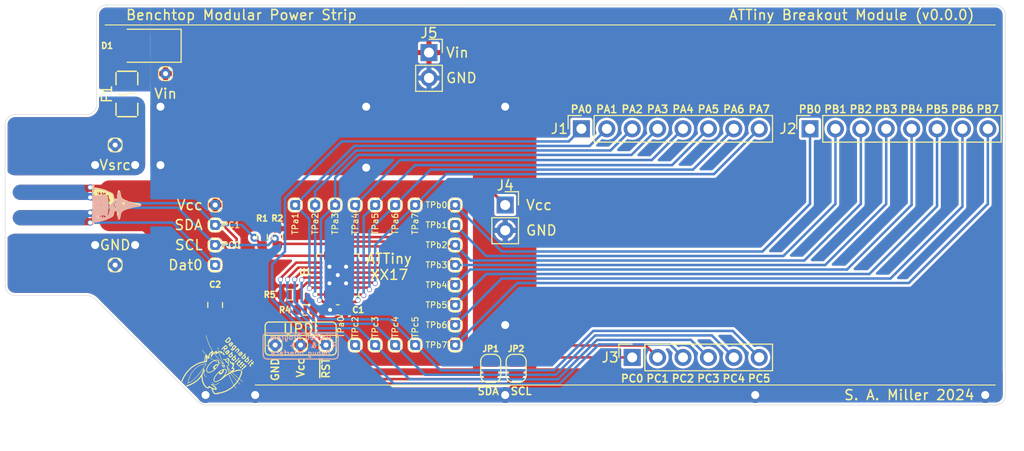
<source format=kicad_pcb>
(kicad_pcb (version 20211014) (generator pcbnew)
  (title_block (title "Benchtop Modular Power Strip") (date "2024") (rev "0.0.0") (company "S. A. Miller") (comment 1 "ATTiny Breakout Module"))
  (layers (0 "F.Cu" signal) (31 "B.Cu" signal) (34 "B.Paste" user) (35 "F.Paste" user) (36 "B.SilkS" user "B.Silkscreen") (37 "F.SilkS" user "F.Silkscreen") (38 "B.Mask" user) (39 "F.Mask" user) (44 "Edge.Cuts" user))
  (net 0 "")
  (net 1 "I2C-Vcc")
  (net 2 "GND")
  (net 3 "~{RESET}")
  (net 4 "Dat0")
  (net 5 "SDA")
  (net 6 "SCL")
  (net 7 "PA4")
  (net 8 "PA5")
  (net 9 "PA6")
  (net 10 "PA7")
  (net 11 "PB2")
  (net 12 "PB3")
  (net 13 "PA1")
  (net 14 "PA2")
  (net 15 "PA3")
  (net 16 "PB0")
  (net 17 "PB1")
  (net 18 "PB4")
  (net 19 "PB5")
  (net 20 "PB6")
  (net 21 "PB7")
  (net 22 "PC2")
  (net 23 "PC3")
  (net 24 "PC4")
  (net 25 "PC5")
  (net 26 "Vsrc")
  (net 27 "Vin")
  (net 28 "/ATTinyXX17 Sheet/Vprot")
  (net 29 "/ATTinyXX17 Sheet/PA0")
  (net 30 "Net-(J3-Pad1)")
  (net 31 "Net-(J3-Pad2)")
  (footprint "Capacitor_SMD:C_0805_2012Metric" (layer "F.Cu") (at 71 110 -90)
    (fp_text reference "C2")
    (fp_text value "4.7uF")
  )
  (footprint "Resistor_SMD:R_0603_1608Metric" (layer "F.Cu") (at 78.486 108.966)
    (fp_text reference "R5")
    (fp_text value "10k")
  )
  (footprint "tinker:TestPoint_THTPad_D1.0mm_Drill0.5mm" (layer "F.Cu") (at 71 106)
    (fp_text reference "TP3" hide)
    (fp_text value "Dat0" hide)
  )
  (footprint "tinker:TestPoint_THTPad_D1.0mm_Drill0.5mm" (layer "F.Cu") (at 61 94)
    (fp_text reference "TP1" hide)
    (fp_text value "Vsrc" hide)
  )
  (footprint "tinker:TestPoint_THTPad_D1.0mm_Drill0.5mm" (layer "F.Cu") (at 89 114 90)
    (fp_text reference "TPc4")
    (fp_text value "CtrlC" hide)
  )
  (footprint "Capacitor_SMD:C_0603_1608Metric" (layer "F.Cu") (at 83.26 110.49 180)
    (fp_text reference "C1")
    (fp_text value "100nF")
  )
  (footprint "tinker:TestPoint_THTPad_D1.0mm_Drill0.5mm" (layer "F.Cu") (at 95 108)
    (fp_text reference "TPb4")
    (fp_text value "CtrlB" hide)
  )
  (footprint "tinker:F1206" (layer "F.Cu") (at 62.176 88.9 90)
    (fp_text reference "F1")
    (fp_text value "Polyfuse" hide)
  )
  (footprint "Connector_PinSocket_2.54mm:PinSocket_1x06_P2.54mm_Vertical" (layer "F.Cu") (at 112.7 115.24 90)
    (fp_text reference "J3")
    (fp_text value "Conn_01x04_Female")
  )
  (footprint "Resistor_SMD:R_0603_1608Metric" (layer "F.Cu") (at 75.692 103.187 -90)
    (fp_text reference "R1")
    (fp_text value "10k")
  )
  (footprint "tinker:TestPoint_THTPad_D1.0mm_Drill0.5mm" (layer "F.Cu") (at 81 100 90)
    (fp_text reference "TPa2")
    (fp_text value "CtrlA" hide)
  )
  (footprint "tinker:TestPoint_THTPad_D1.0mm_Drill0.5mm" (layer "F.Cu") (at 91 114 90)
    (fp_text reference "TPc5")
    (fp_text value "CtrlC" hide)
  )
  (footprint "Resistor_SMD:R_0603_1608Metric" (layer "F.Cu") (at 80.01 110.49)
    (fp_text reference "R4")
    (fp_text value "330")
  )
  (footprint "tinker:TestPoint_THTPad_D1.0mm_Drill0.5mm" (layer "F.Cu") (at 85 100 90)
    (fp_text reference "TPa4")
    (fp_text value "CtrlA" hide)
  )
  (footprint "Connector_PinSocket_2.54mm:PinSocket_1x08_P2.54mm_Vertical" (layer "F.Cu") (at 130.48 92.38 90)
    (fp_text reference "J2")
    (fp_text value "Conn_01x08_Female")
  )
  (footprint "tinker:TestPoint_THTPad_D1.0mm_Drill0.5mm" (layer "F.Cu") (at 77 114 90)
    (fp_text reference "TP9" hide)
    (fp_text value "GND" hide)
  )
  (footprint "tinker:TestPoint_THTPad_D1.0mm_Drill0.5mm" (layer "F.Cu") (at 95 102)
    (fp_text reference "TPb1")
    (fp_text value "CtrlB" hide)
  )
  (footprint "tinker:TestPoint_THTPad_D1.0mm_Drill0.5mm" (layer "F.Cu") (at 85 114 90)
    (fp_text reference "TPc2")
    (fp_text value "CtrlC" hide)
  )
  (footprint "tinker:TestPoint_THTPad_D1.0mm_Drill0.5mm" (layer "F.Cu") (at 91 100 90)
    (fp_text reference "TPa7")
    (fp_text value "CtrlA" hide)
  )
  (footprint "Package_DFN_QFN:QFN-24-1EP_4x4mm_P0.5mm_EP2.6x2.6mm" (layer "F.Cu") (at 83.26 107.01 90)
    (fp_text reference "U1")
    (fp_text value "ATtiny1617")
  )
  (footprint "tinker:NerdMage" (layer "F.Cu") (at 61.214 100 -90)
    (fp_text reference "G***" hide)
    (fp_text value "LOGO" hide)
  )
  (footprint "tinker:TestPoint_THTPad_D1.0mm_Drill0.5mm" (layer "F.Cu") (at 61 106)
    (fp_text reference "TP2" hide)
    (fp_text value "GND" hide)
  )
  (footprint "Connector_PinSocket_2.54mm:PinSocket_1x02_P2.54mm_Vertical" (layer "F.Cu") (at 92.38 84.76)
    (fp_text reference "J5")
    (fp_text value "Conn_01x02_Female")
  )
  (footprint "Jumper:SolderJumper-2_P1.3mm_Open_RoundedPad1.0x1.5mm" (layer "F.Cu") (at 101.092 116.332 90)
    (fp_text reference "JP2")
    (fp_text value "SolderJumper_2_Open")
  )
  (footprint "tinker:TestPoint_THTPad_D1.0mm_Drill0.5mm" (layer "F.Cu") (at 95 110)
    (fp_text reference "TPb5")
    (fp_text value "CtrlB" hide)
  )
  (footprint "tinker:TestPoint_THTPad_D1.0mm_Drill0.5mm" (layer "F.Cu") (at 66.04 86.868)
    (fp_text reference "TP7" hide)
    (fp_text value "Vin" hide)
  )
  (footprint "tinker:DagNabbit" (layer "F.Cu") (at 71.04 116.6 135)
    (fp_text reference "REF**" hide)
    (fp_text value "DagNabbit" hide)
  )
  (footprint "tinker:TestPoint_THTPad_D1.0mm_Drill0.5mm" (layer "F.Cu") (at 82.08 114 90)
    (fp_text reference "TPa0")
    (fp_text value "~{RESET}" hide)
  )
  (footprint "tinker:TestPoint_THTPad_D1.0mm_Drill0.5mm" (layer "F.Cu") (at 89 100 90)
    (fp_text reference "TPa6")
    (fp_text value "CtrlA" hide)
  )
  (footprint "tinker:TestPoint_THTPad_D1.0mm_Drill0.5mm" (layer "F.Cu") (at 79 100 90)
    (fp_text reference "TPa1")
    (fp_text value "CtrlA" hide)
  )
  (footprint "tinker:TestPoint_THTPad_D1.0mm_Drill0.5mm" (layer "F.Cu") (at 95 104)
    (fp_text reference "TPb2")
    (fp_text value "CtrlB" hide)
  )
  (footprint "tinker:TestPoint_THTPad_D1.0mm_Drill0.5mm" (layer "F.Cu") (at 71 104)
    (fp_text reference "TP6" hide)
    (fp_text value "Dat3" hide)
  )
  (footprint "tinker:TestPoint_THTPad_D1.0mm_Drill0.5mm" (layer "F.Cu") (at 79.54 114 90)
    (fp_text reference "TP8" hide)
    (fp_text value "I2C-Vcc" hide)
  )
  (footprint "Resistor_SMD:R_0603_1608Metric" (layer "F.Cu") (at 77.216 103.187 -90)
    (fp_text reference "R2")
    (fp_text value "10k")
  )
  (footprint "tinker:TestPoint_THTPad_D1.0mm_Drill0.5mm" (layer "F.Cu") (at 87 100 90)
    (fp_text reference "TPa5")
    (fp_text value "CtrlA" hide)
  )
  (footprint "tinker:TestPoint_THTPad_D1.0mm_Drill0.5mm" (layer "F.Cu") (at 95 114)
    (fp_text reference "TPb7")
    (fp_text value "CtrlB" hide)
  )
  (footprint "tinker:TestPoint_THTPad_D1.0mm_Drill0.5mm" (layer "F.Cu") (at 95 100)
    (fp_text reference "TPb0")
    (fp_text value "CtrlB" hide)
  )
  (footprint "tinker:TestPoint_THTPad_D1.0mm_Drill0.5mm" (layer "F.Cu") (at 95 106)
    (fp_text reference "TPb3")
    (fp_text value "CtrlB" hide)
  )
  (footprint "Diode_SMD:D_SMA" (layer "F.Cu") (at 64.2 84.074 180)
    (fp_text reference "D1")
    (fp_text value "MRA4003T3G")
  )
  (footprint "tinker:TestPoint_THTPad_D1.0mm_Drill0.5mm" (layer "F.Cu") (at 87 114 90)
    (fp_text reference "TPc3")
    (fp_text value "CtrlC" hide)
  )
  (footprint "Jumper:SolderJumper-2_P1.3mm_Open_RoundedPad1.0x1.5mm" (layer "F.Cu") (at 98.552 116.332 90)
    (fp_text reference "JP1")
    (fp_text value "SolderJumper_2_Open")
  )
  (footprint "tinker:TestPoint_THTPad_D1.0mm_Drill0.5mm" (layer "F.Cu") (at 83 100 90)
    (fp_text reference "TPa3")
    (fp_text value "CtrlA" hide)
  )
  (footprint "Connector_PinSocket_2.54mm:PinSocket_1x02_P2.54mm_Vertical" (layer "F.Cu") (at 100 100)
    (fp_text reference "J4")
    (fp_text value "Conn_01x02_Female")
  )
  (footprint "Connector_PinSocket_2.54mm:PinSocket_1x08_P2.54mm_Vertical" (layer "F.Cu") (at 107.62 92.38 90)
    (fp_text reference "J1")
    (fp_text value "Conn_01x08_Female")
  )
  (footprint "tinker:TestPoint_THTPad_D1.0mm_Drill0.5mm" (layer "F.Cu") (at 71 100)
    (fp_text reference "TP4" hide)
    (fp_text value "Dat1" hide)
  )
  (footprint "tinker:TestPoint_THTPad_D1.0mm_Drill0.5mm" (layer "F.Cu") (at 71 102)
    (fp_text reference "TP5" hide)
    (fp_text value "Dat2" hide)
  )
  (footprint "tinker:TestPoint_THTPad_D1.0mm_Drill0.5mm" (layer "F.Cu") (at 95 112)
    (fp_text reference "TPb6")
    (fp_text value "CtrlB" hide)
  )
  (footprint "tinker:NerdMage" (layer "B.Cu") (at 61.214 100 90)
    (fp_text reference "G***" hide)
    (fp_text value "LOGO" hide)
  )
  (gr_arc (start 75.8 113.2) (mid 75.917157 112.917157) (end 76.2 112.8) (layer "B.SilkS") (width 0.12))
  (gr_arc (start 83.3 115) (mid 83.182843 115.282843) (end 82.9 115.4) (layer "B.SilkS") (width 0.12))
  (gr_line (start 76.2 115.4) (end 82.9 115.4) (layer "B.SilkS") (width 0.12))
  (gr_line (start 83.3 113.2) (end 83.3 115) (layer "B.SilkS") (width 0.12))
  (gr_arc (start 76.2 115.4) (mid 75.917157 115.282843) (end 75.8 115) (layer "B.SilkS") (width 0.12))
  (gr_arc (start 82.9 112.8) (mid 83.182843 112.917157) (end 83.3 113.2) (layer "B.SilkS") (width 0.12))
  (gr_line (start 82.9 112.8) (end 76.2 112.8) (layer "B.SilkS") (width 0.12))
  (gr_line (start 75.8 113.2) (end 75.8 115) (layer "B.SilkS") (width 0.12))
  (gr_line (start 76 112.1) (end 76 113.03) (layer "F.SilkS") (width 0.12))
  (gr_line (start 82.7 111.7) (end 76.4 111.7) (layer "F.SilkS") (width 0.12))
  (gr_line (start 76.4 115) (end 82.7 115) (layer "F.SilkS") (width 0.12))
  (gr_line (start 76 113.03) (end 76 114.6) (layer "F.SilkS") (width 0.12))
  (gr_line (start 60 82) (end 149 82) (layer "F.SilkS") (width 0.1))
  (gr_arc (start 82.7 111.7) (mid 82.982843 111.817157) (end 83.1 112.1) (layer "F.SilkS") (width 0.12))
  (gr_line (start 75 118) (end 149 118) (layer "F.SilkS") (width 0.1))
  (gr_line (start 83.1 114.6) (end 83.1 113.03) (layer "F.SilkS") (width 0.12))
  (gr_arc (start 76 112.1) (mid 76.117157 111.817157) (end 76.4 111.7) (layer "F.SilkS") (width 0.12))
  (gr_arc (start 76.4 115) (mid 76.117157 114.882843) (end 76 114.6) (layer "F.SilkS") (width 0.12))
  (gr_arc (start 83.1 114.6) (mid 82.982843 114.882843) (end 82.7 115) (layer "F.SilkS") (width 0.12))
  (gr_line (start 83.1 113.03) (end 76 113.03) (layer "F.SilkS") (width 0.12))
  (gr_line (start 83.1 113.03) (end 83.1 112.1) (layer "F.SilkS") (width 0.12))
  (gr_line (start 59.144 109.548) (end 69.144 119.548) (layer "Edge.Cuts") (width 0.05))
  (gr_arc (start 149 80) (mid 149.707107 80.292893) (end 150 81) (layer "Edge.Cuts") (width 0.05))
  (gr_arc (start 50 91.96) (mid 50.292893 91.252893) (end 51 90.96) (layer "Edge.Cuts") (width 0.05))
  (gr_line (start 50 108.04) (end 50 91.96) (layer "Edge.Cuts") (width 0.05))
  (gr_line (start 60.144 80) (end 149 80) (layer "Edge.Cuts") (width 0.05))
  (gr_arc (start 58.144 109.04) (mid 58.694524 109.194544) (end 59.144 109.548) (layer "Edge.Cuts") (width 0.05))
  (gr_line (start 59.144 81) (end 59.144 89.96) (layer "Edge.Cuts") (width 0.05))
  (gr_arc (start 59.144 81) (mid 59.436893 80.292893) (end 60.144 80) (layer "Edge.Cuts") (width 0.05))
  (gr_arc (start 150 119) (mid 149.707107 119.707107) (end 149 120) (layer "Edge.Cuts") (width 0.05))
  (gr_arc (start 70.144 120) (mid 69.594859 119.882718) (end 69.144 119.548) (layer "Edge.Cuts") (width 0.05))
  (gr_line (start 150 119) (end 150 81) (layer "Edge.Cuts") (width 0.05))
  (gr_line (start 51 90.96) (end 58.144 90.96) (layer "Edge.Cuts") (width 0.05))
  (gr_arc (start 51 109.04) (mid 50.292893 108.747107) (end 50 108.04) (layer "Edge.Cuts") (width 0.05))
  (gr_arc (start 59.144 89.96) (mid 58.851107 90.667107) (end 58.144 90.96) (layer "Edge.Cuts") (width 0.05))
  (gr_line (start 58.144 109.04) (end 51 109.04) (layer "Edge.Cuts") (width 0.05))
  (gr_line (start 149 120) (end 70.144 120) (layer "Edge.Cuts") (width 0.05))
  (gr_text "  Unified Program  \n R    &    +     - \n  Debug Interface  " (at 79.54 114.025) (layer "B.SilkS") (effects (font (size 0.5 0.5) (thickness 0.1)) (justify mirror)))
  (gr_text "${TITLE}" (at 62 81) (layer "F.SilkS") (effects (font (size 1 1)) (justify left)))
  (gr_text "PA3" (at 115.24 90.424) (layer "F.SilkS") (effects (font (size 0.75 0.75))))
  (gr_text "${COMMENT1} (v${REVISION})" (at 147 81) (layer "F.SilkS") (effects (font (size 1 1)) (justify right)))
  (gr_text "GND" (at 77 115.2 90) (layer "F.SilkS") (effects (font (size 0.75 0.75)) (justify right)))
  (gr_text "Vin" (at 66.04 88.868) (layer "F.SilkS") (effects (font (size 1 1))))
  (gr_text "PA4" (at 117.78 90.424) (layer "F.SilkS") (effects (font (size 0.75 0.75))))
  (gr_text "PC3" (at 120.32 117.348) (layer "F.SilkS") (effects (font (size 0.75 0.75))))
  (gr_text "PC4" (at 122.86 117.348) (layer "F.SilkS") (effects (font (size 0.75 0.75))))
  (gr_text "PB6" (at 145.72 90.424) (layer "F.SilkS") (effects (font (size 0.75 0.75))))
  (gr_text "PA6" (at 122.86 90.424) (layer "F.SilkS") (effects (font (size 0.75 0.75))))
  (gr_text "PB3" (at 138.1 90.424) (layer "F.SilkS") (effects (font (size 0.75 0.75))))
  (gr_text "PC0" (at 112.7 117.348) (layer "F.SilkS") (effects (font (size 0.75 0.75))))
  (gr_text "SCL" (at 69.85 104) (layer "F.SilkS") (effects (font (size 1 1)) (justify right)))
  (gr_text "PC1" (at 115.24 117.348) (layer "F.SilkS") (effects (font (size 0.75 0.75))))
  (gr_text "~{RST}" (at 82.08 115.2 90) (layer "F.SilkS") (effects (font (size 0.75 0.75)) (justify right)))
  (gr_text "PA5" (at 120.32 90.424) (layer "F.SilkS") (effects (font (size 0.75 0.75))))
  (gr_text "PB1" (at 133.02 90.424) (layer "F.SilkS") (effects (font (size 0.75 0.75))))
  (gr_text "PB7" (at 148.26 90.424) (layer "F.SilkS") (effects (font (size 0.75 0.75))))
  (gr_text "PA1" (at 110.16 90.424) (layer "F.SilkS") (effects (font (size 0.75 0.75))))
  (gr_text "PB4" (at 140.64 90.424) (layer "F.SilkS") (effects (font (size 0.75 0.75))))
  (gr_text "Vcc" (at 69.85 100) (layer "F.SilkS") (effects (font (size 1 1)) (justify right)))
  (gr_text "PC1" (at 71.65 102) (layer "F.SilkS") (effects (font (size 0.6 0.6) (thickness 0.1)) (justify left)))
  (gr_text "GND" (at 102 102.54) (layer "F.SilkS") (effects (font (size 1 1)) (justify left)))
  (gr_text "SDA" (at 69.85 102) (layer "F.SilkS") (effects (font (size 1 1)) (justify right)))
  (gr_text "PB5" (at 143.18 90.424) (layer "F.SilkS") (effects (font (size 0.75 0.75))))
  (gr_text "PA7" (at 125.4 90.424) (layer "F.SilkS") (effects (font (size 0.75 0.75))))
  (gr_text "Vsrc" (at 61 96) (layer "F.SilkS") (effects (font (size 1 1))))
  (gr_text "UPDI" (at 79.54 112.4) (layer "F.SilkS") (effects (font (size 1 1))))
  (gr_text "PC5" (at 125.4 117.348) (layer "F.SilkS") (effects (font (size 0.75 0.75))))
  (gr_text "Vcc" (at 79.54 115.2 90) (layer "F.SilkS") (effects (font (size 0.75 0.75)) (justify right)))
  (gr_text "SDA" (at 98.298 118.618) (layer "F.SilkS") (effects (font (size 0.75 0.75))))
  (gr_text "PC2" (at 117.78 117.348) (layer "F.SilkS") (effects (font (size 0.75 0.75))))
  (gr_text "SCL" (at 101.6 118.618) (layer "F.SilkS") (effects (font (size 0.75 0.75))))
  (gr_text "PB0" (at 130.48 90.424) (layer "F.SilkS") (effects (font (size 0.75 0.75))))
  (gr_text "Vin" (at 94 84.76) (layer "F.SilkS") (effects (font (size 1 1)) (justify left)))
  (gr_text "GND" (at 94 87.3) (layer "F.SilkS") (effects (font (size 1 1)) (justify left)))
  (gr_text "Dat0" (at 69.85 106) (layer "F.SilkS") (effects (font (size 1 1)) (justify right)))
  (gr_text "PA2" (at 112.7 90.424) (layer "F.SilkS") (effects (font (size 0.75 0.75))))
  (gr_text "ATTiny\nXX17" (at 88.392 106.172) (layer "F.SilkS") (effects (font (size 1 1))))
  (gr_text "PA0" (at 107.62 90.424) (layer "F.SilkS") (effects (font (size 0.75 0.75))))
  (gr_text "${COMPANY} ${ISSUE_DATE}" (at 147 119) (layer "F.SilkS") (effects (font (size 1 1)) (justify right)))
  (gr_text "PB2" (at 135.56 90.424) (layer "F.SilkS") (effects (font (size 0.75 0.75))))
  (gr_text "GND" (at 61 104) (layer "F.SilkS") (effects (font (size 1 1))))
  (gr_text "Vcc" (at 102 100) (layer "F.SilkS") (effects (font (size 1 1)) (justify left)))
  (gr_text "PC0" (at 71.65 104) (layer "F.SilkS") (effects (font (size 0.6 0.6) (thickness 0.1)) (justify left)))
  (segment (start 72.702 98.298) (end 98.298 98.298) (width 0.3) (layer "F.Cu") (net 1))
  (segment (start 71 100) (end 72.702 98.298) (width 0.3) (layer "F.Cu") (net 1))
  (segment (start 98.298 98.298) (end 100 100) (width 0.3) (layer "F.Cu") (net 1))
  (segment (start 83.51 108.9475) (end 83.51 109.965) (width 0.25) (layer "F.Cu") (net 1))
  (segment (start 83.51 109.965) (end 84.035 110.49) (width 0.25) (layer "F.Cu") (net 1))
  (via (at 58.5 98.24) (size 0.6) (drill 0.4) (layers "F.Cu" "B.Cu") (net 1))
  (segment (start 82.485 110.49) (end 83.01 109.965) (width 0.25) (layer "F.Cu") (net 2))
  (segment (start 83.01 109.965) (end 83.01 108.9475) (width 0.25) (layer "F.Cu") (net 2))
  (via (at 70.04 119) (size 1.6) (drill 0.8) (layers "F.Cu" "B.Cu") (net 2))
  (via (at 75 119) (size 1.6) (drill 0.8) (layers "F.Cu" "B.Cu") (net 2))
  (via (at 65.532 96.012) (size 1.6) (drill 0.8) (layers "F.Cu" "B.Cu") (net 2))
  (via (at 86.1 90.17) (size 1.6) (drill 0.8) (layers "F.Cu" "B.Cu") (net 2))
  (via (at 65.532 90.17) (size 1.6) (drill 0.8) (layers "F.Cu" "B.Cu") (net 2))
  (via (at 63 104) (size 1.6) (drill 0.8) (layers "F.Cu" "B.Cu") (net 2))
  (via (at 148 119) (size 1.6) (drill 0.8) (layers "F.Cu" "B.Cu") (net 2))
  (via (at 86.1 96.266) (size 1.6) (drill 0.8) (layers "F.Cu" "B.Cu") (net 2))
  (via (at 84.089 106.172) (size 0.8) (drill 0.4) (layers "F.Cu" "B.Cu") (net 2))
  (via (at 84.089 107.83) (size 0.8) (drill 0.4) (layers "F.Cu" "B.Cu") (net 2))
  (via (at 100 112) (size 1.6) (drill 0.8) (layers "F.Cu" "B.Cu") (net 2))
  (via (at 100 119) (size 1.6) (drill 0.8) (layers "F.Cu" "B.Cu") (net 2))
  (via (at 59 104) (size 1.6) (drill 0.8) (layers "F.Cu" "B.Cu") (net 2))
  (via (at 82.485 110.49) (size 0.8) (drill 0.4) (layers "F.Cu" "B.Cu") (net 2))
  (via (at 82.431 106.172) (size 0.8) (drill 0.4) (layers "F.Cu" "B.Cu") (net 2))
  (via (at 100 90.17) (size 1.6) (drill 0.8) (layers "F.Cu" "B.Cu") (net 2))
  (via (at 125 119) (size 1.6) (drill 0.8) (layers "F.Cu" "B.Cu") (net 2))
  (via (at 83.26 107.01) (size 0.8) (drill 0.4) (layers "F.Cu" "B.Cu") (net 2))
  (via (at 82.431 107.83) (size 0.8) (drill 0.4) (layers "F.Cu" "B.Cu") (net 2))
  (segment (start 80.835 110.49) (end 80.835 112.755) (width 0.25) (layer "F.Cu") (net 3))
  (segment (start 80.835 112.755) (end 82.08 114) (width 0.25) (layer "F.Cu") (net 3))
  (segment (start 81.234 114) (end 82.08 114) (width 0.25) (layer "B.Cu") (net 3))
  (segment (start 76.708 109.474) (end 81.234 114) (width 0.25) (layer "B.Cu") (net 3))
  (segment (start 77.978 99.314) (end 77.978 104.648) (width 0.25) (layer "B.Cu") (net 3))
  (segment (start 107.62 92.38) (end 106.354 93.646) (width 0.25) (layer "B.Cu") (net 3))
  (segment (start 76.708 105.918) (end 76.708 109.474) (width 0.25) (layer "B.Cu") (net 3))
  (segment (start 106.354 93.646) (end 83.646 93.646) (width 0.25) (layer "B.Cu") (net 3))
  (segment (start 77.978 104.648) (end 76.708 105.918) (width 0.25) (layer "B.Cu") (net 3))
  (segment (start 83.646 93.646) (end 77.978 99.314) (width 0.25) (layer "B.Cu") (net 3))
  (via (at 58.5 101.76) (size 0.6) (drill 0.4) (layers "F.Cu" "B.Cu") (net 4))
  (segment (start 66.76 101.76) (end 58.5 101.76) (width 0.25) (layer "B.Cu") (net 4))
  (segment (start 71 106) (end 66.76 101.76) (width 0.25) (layer "B.Cu") (net 4))
  (segment (start 74.93 103.2755) (end 74.9555 103.2755) (width 0.25) (layer "F.Cu") (net 5))
  (segment (start 71.774 102) (end 71 102) (width 0.25) (layer "F.Cu") (net 5))
  (segment (start 75.692 104.012) (end 76.7525 105.0725) (width 0.25) (layer "F.Cu") (net 5))
  (segment (start 73.152 112.268) (end 73.152 103.378) (width 0.25) (layer "F.Cu") (net 5))
  (segment (start 78.29 117.406) (end 73.152 112.268) (width 0.25) (layer "F.Cu") (net 5))
  (segment (start 98.128 117.406) (end 78.29 117.406) (width 0.25) (layer "F.Cu") (net 5))
  (segment (start 74.9555 103.2755) (end 75.692 104.012) (width 0.25) (layer "F.Cu") (net 5))
  (segment (start 98.552 116.982) (end 98.128 117.406) (width 0.25) (layer "F.Cu") (net 5))
  (segment (start 73.152 103.378) (end 71.774 102) (width 0.25) (layer "F.Cu") (net 5))
  (segment (start 76.7525 105.0725) (end 82.01 105.0725) (width 0.25) (layer "F.Cu") (net 5))
  (via (at 58.5 99.24) (size 0.6) (drill 0.4) (layers "F.Cu" "B.Cu") (net 5))
  (via (at 74.93 103.2755) (size 0.8) (drill 0.4) (layers "F.Cu" "B.Cu") (net 5))
  (segment (start 59.082 99.822) (end 63.5 99.822) (width 0.25) (layer "B.Cu") (net 5))
  (segment (start 73.6545 102) (end 71 102) (width 0.25) (layer "B.Cu") (net 5))
  (segment (start 71 102) (end 68.822 99.822) (width 0.25) (layer "B.Cu") (net 5))
  (segment (start 68.822 99.822) (end 63.5 99.822) (width 0.25) (layer "B.Cu") (net 5))
  (segment (start 74.93 103.2755) (end 73.6545 102) (width 0.25) (layer "B.Cu") (net 5))
  (segment (start 58.5 99.24) (end 59.082 99.822) (width 0.25) (layer "B.Cu") (net 5))
  (segment (start 72.702 104.96) (end 71.742 104) (width 0.25) (layer "F.Cu") (net 6))
  (segment (start 101.092 116.982) (end 100.218 117.856) (width 0.25) (layer "F.Cu") (net 6))
  (segment (start 100.218 117.856) (end 78.103604 117.856) (width 0.25) (layer "F.Cu") (net 6))
  (segment (start 71.742 104) (end 71 104) (width 0.25) (layer "F.Cu") (net 6))
  (segment (start 77.4865 103.886) (end 82.296 103.886) (width 0.25) (layer "F.Cu") (net 6))
  (segment (start 76.962 103.3615) (end 77.4865 103.886) (width 0.25) (layer "F.Cu") (net 6))
  (segment (start 78.103604 117.856) (end 72.702 112.454396) (width 0.25) (layer "F.Cu") (net 6))
  (segment (start 82.51 104.1) (end 82.51 105.0725) (width 0.25) (layer "F.Cu") (net 6))
  (segment (start 82.296 103.886) (end 82.51 104.1) (width 0.25) (layer "F.Cu") (net 6))
  (segment (start 72.702 112.454396) (end 72.702 104.96) (width 0.25) (layer "F.Cu") (net 6))
  (via (at 76.962 103.3615) (size 0.8) (drill 0.4) (layers "F.Cu" "B.Cu") (net 6))
  (via (at 58.5 100.76) (size 0.6) (drill 0.4) (layers "F.Cu" "B.Cu") (net 6))
  (segment (start 58.988 100.272) (end 58.5 100.76) (width 0.25) (layer "B.Cu") (net 6))
  (segment (start 76.962 103.3615) (end 76.3235 104) (width 0.25) (layer "B.Cu") (net 6))
  (segment (start 67.272 100.272) (end 58.988 100.272) (width 0.25) (layer "B.Cu") (net 6))
  (segment (start 71 104) (end 67.272 100.272) (width 0.25) (layer "B.Cu") (net 6))
  (segment (start 76.3235 104) (end 71 104) (width 0.25) (layer "B.Cu") (net 6))
  (segment (start 85.114 109.685) (end 84.286992 109.685) (width 0.25) (layer "F.Cu") (net 7))
  (segment (start 84.286992 109.685) (end 84.01 109.408008) (width 0.25) (layer "F.Cu") (net 7))
  (segment (start 84.01 109.408008) (end 84.01 108.9475) (width 0.25) (layer "F.Cu") (net 7))
  (segment (start 85.277 109.522) (end 85.114 109.685) (width 0.25) (layer "F.Cu") (net 7))
  (via (at 85.277 109.522) (size 0.5) (drill 0.4) (layers "F.Cu" "B.Cu") (net 7))
  (segment (start 117.78 92.38) (end 114.656 95.504) (width 0.25) (layer "B.Cu") (net 7))
  (segment (start 85.277 100.277) (end 85 100) (width 0.25) (layer "B.Cu") (net 7))
  (segment (start 114.656 95.504) (end 89.496 95.504) (width 0.25) (layer "B.Cu") (net 7))
  (segment (start 85.277 109.522) (end 85.277 100.277) (width 0.25) (layer "B.Cu") (net 7))
  (segment (start 89.496 95.504) (end 85 100) (width 0.25) (layer "B.Cu") (net 7))
  (segment (start 85.7575 108.9475) (end 84.51 108.9475) (width 0.25) (layer "F.Cu") (net 8))
  (segment (start 85.852 109.042) (end 85.7575 108.9475) (width 0.25) (layer "F.Cu") (net 8))
  (via (at 85.852 109.042) (size 0.5) (drill 0.4) (layers "F.Cu" "B.Cu") (net 8))
  (segment (start 90.988 96.012) (end 87 100) (width 0.25) (layer "B.Cu") (net 8))
  (segment (start 116.688 96.012) (end 90.988 96.012) (width 0.25) (layer "B.Cu") (net 8))
  (segment (start 85.852 109.042) (end 85.852 101.148) (width 0.25) (layer "B.Cu") (net 8))
  (segment (start 85.852 101.148) (end 87 100) (width 0.25) (layer "B.Cu") (net 8))
  (segment (start 120.32 92.38) (end 116.688 96.012) (width 0.25) (layer "B.Cu") (net 8))
  (segment (start 86.4265 108.458) (end 86.2285 108.26) (width 0.25) (layer "F.Cu") (net 9))
  (segment (start 86.2285 108.26) (end 85.1975 108.26) (width 0.25) (layer "F.Cu") (net 9))
  (via (at 86.4265 108.458) (size 0.5) (drill 0.4) (layers "F.Cu" "B.Cu") (net 9))
  (segment (start 118.778 96.462) (end 92.538 96.462) (width 0.25) (layer "B.Cu") (net 9))
  (segment (start 122.86 92.38) (end 118.778 96.462) (width 0.25) (layer "B.Cu") (net 9))
  (segment (start 86.4265 108.458) (end 86.4265 102.5735) (width 0.25) (layer "B.Cu") (net 9))
  (segment (start 86.4265 102.5735) (end 89 100) (width 0.25) (layer "B.Cu") (net 9))
  (segment (start 92.538 96.462) (end 89 100) (width 0.25) (layer "B.Cu") (net 9))
  (segment (start 86.9265 107.76) (end 85.1975 107.76) (width 0.25) (layer "F.Cu") (net 10))
  (segment (start 87.001 107.8345) (end 86.9265 107.76) (width 0.25) (layer "F.Cu") (net 10))
  (via (at 87.001 107.8345) (size 0.5) (drill 0.4) (layers "F.Cu" "B.Cu") (net 10))
  (segment (start 87.001 103.999) (end 91 100) (width 0.25) (layer "B.Cu") (net 10))
  (segment (start 125.4 92.38) (end 120.868 96.912) (width 0.25) (layer "B.Cu") (net 10))
  (segment (start 120.868 96.912) (end 94.088 96.912) (width 0.25) (layer "B.Cu") (net 10))
  (segment (start 94.088 96.912) (end 91 100) (width 0.25) (layer "B.Cu") (net 10))
  (segment (start 87.001 107.8345) (end 87.001 103.999) (width 0.25) (layer "B.Cu") (net 10))
  (segment (start 84.614 104.14) (end 84.582 104.108) (width 0.25) (layer "F.Cu") (net 11))
  (segment (start 84.582 104.108) (end 84.384 104.108) (width 0.25) (layer "F.Cu") (net 11))
  (segment (start 84.01 104.482) (end 84.01 105.0725) (width 0.25) (layer "F.Cu") (net 11))
  (segment (start 94.86 104.14) (end 84.614 104.14) (width 0.25) (layer "F.Cu") (net 11))
  (segment (start 84.384 104.108) (end 84.01 104.482) (width 0.25) (layer "F.Cu") (net 11))
  (segment (start 95 104) (end 94.86 104.14) (width 0.25) (layer "F.Cu") (net 11))
  (segment (start 135.56 99.898) (end 135.56 92.38) (width 0.25) (layer "B.Cu") (net 11))
  (segment (start 96.55 105.55) (end 129.908 105.55) (width 0.25) (layer "B.Cu") (net 11))
  (segment (start 95 104) (end 96.55 105.55) (width 0.25) (layer "B.Cu") (net 11))
  (segment (start 129.908 105.55) (end 135.56 99.898) (width 0.25) (layer "B.Cu") (net 11))
  (segment (start 95 106) (end 94.0725 105.0725) (width 0.25) (layer "F.Cu") (net 12))
  (segment (start 94.0725 105.0725) (end 84.51 105.0725) (width 0.25) (layer "F.Cu") (net 12))
  (segment (start 95 106) (end 131.998 106) (width 0.25) (layer "B.Cu") (net 12))
  (segment (start 131.998 106) (end 138.1 99.898) (width 0.25) (layer "B.Cu") (net 12))
  (segment (start 138.1 99.898) (end 138.1 92.38) (width 0.25) (layer "B.Cu") (net 12))
  (segment (start 80.5 108.26) (end 81.3225 108.26) (width 0.25) (layer "F.Cu") (net 13))
  (segment (start 80.4255 108.3345) (end 80.5 108.26) (width 0.25) (layer "F.Cu") (net 13))
  (via (at 80.4255 108.3345) (size 0.5) (drill 0.4) (layers "F.Cu" "B.Cu") (net 13))
  (segment (start 110.16 92.38) (end 108.444 94.096) (width 0.25) (layer "B.Cu") (net 13))
  (segment (start 108.444 94.096) (end 84.904 94.096) (width 0.25) (layer "B.Cu") (net 13))
  (segment (start 84.904 94.096) (end 79 100) (width 0.25) (layer "B.Cu") (net 13))
  (segment (start 80.4255 108.3345) (end 80.4255 101.4255) (width 0.25) (layer "B.Cu") (net 13))
  (segment (start 80.4255 101.4255) (end 79 100) (width 0.25) (layer "B.Cu") (net 13))
  (segment (start 80.998557 108.9475) (end 82.01 108.9475) (width 0.25) (layer "F.Cu") (net 14))
  (via (at 80.998557 108.9475) (size 0.5) (drill 0.4) (layers "F.Cu" "B.Cu") (net 14))
  (segment (start 110.534 94.546) (end 85.090396 94.546) (width 0.25) (layer "B.Cu") (net 14))
  (segment (start 80.998557 108.9475) (end 81 108.946057) (width 0.25) (layer "B.Cu") (net 14))
  (segment (start 81 98.636396) (end 81 100) (width 0.25) (layer "B.Cu") (net 14))
  (segment (start 81 108.946057) (end 81 100) (width 0.25) (layer "B.Cu") (net 14))
  (segment (start 85.090396 94.546) (end 81 98.636396) (width 0.25) (layer "B.Cu") (net 14))
  (segment (start 112.7 92.38) (end 110.534 94.546) (width 0.25) (layer "B.Cu") (net 14))
  (segment (start 81.786992 109.685) (end 82.233008 109.685) (width 0.25) (layer "F.Cu") (net 15))
  (segment (start 81.4355 109.522) (end 81.623992 109.522) (width 0.25) (layer "F.Cu") (net 15))
  (segment (start 81.623992 109.522) (end 81.786992 109.685) (width 0.25) (layer "F.Cu") (net 15))
  (segment (start 82.51 109.408008) (end 82.51 108.9475) (width 0.25) (layer "F.Cu") (net 15))
  (segment (start 82.233008 109.685) (end 82.51 109.408008) (width 0.25) (layer "F.Cu") (net 15))
  (via (at 81.4355 109.522) (size 0.5) (drill 0.4) (layers "F.Cu" "B.Cu") (net 15))
  (segment (start 81.573057 101.426943) (end 83 100) (width 0.25) (layer "B.Cu") (net 15))
  (segment (start 112.624 94.996) (end 85.276792 94.996) (width 0.25) (layer "B.Cu") (net 15))
  (segment (start 115.24 92.38) (end 112.624 94.996) (width 0.25) (layer "B.Cu") (net 15))
  (segment (start 81.573057 109.384443) (end 81.573057 101.426943) (width 0.25) (layer "B.Cu") (net 15))
  (segment (start 85.276792 94.996) (end 83 97.272792) (width 0.25) (layer "B.Cu") (net 15))
  (segment (start 83 97.272792) (end 83 100) (width 0.25) (layer "B.Cu") (net 15))
  (segment (start 81.4355 109.522) (end 81.573057 109.384443) (width 0.25) (layer "B.Cu") (net 15))
  (segment (start 83.01 104.209208) (end 83.01 105.0725) (width 0.25) (layer "F.Cu") (net 16))
  (segment (start 84.011208 103.208) (end 83.01 104.209208) (width 0.25) (layer "F.Cu") (net 16))
  (segment (start 95 100) (end 91.792 103.208) (width 0.25) (layer "F.Cu") (net 16))
  (segment (start 91.792 103.208) (end 84.011208 103.208) (width 0.25) (layer "F.Cu") (net 16))
  (segment (start 130.48 99.898) (end 130.48 92.38) (width 0.25) (layer "B.Cu") (net 16))
  (segment (start 95 100) (end 99.648 104.648) (width 0.25) (layer "B.Cu") (net 16))
  (segment (start 99.648 104.648) (end 125.73 104.648) (width 0.25) (layer "B.Cu") (net 16))
  (segment (start 125.73 104.648) (end 130.48 99.898) (width 0.25) (layer "B.Cu") (net 16))
  (segment (start 84.197604 103.658) (end 83.51 104.345604) (width 0.25) (layer "F.Cu") (net 17))
  (segment (start 93.342 103.658) (end 84.197604 103.658) (width 0.25) (layer "F.Cu") (net 17))
  (segment (start 95 102) (end 93.342 103.658) (width 0.25) (layer "F.Cu") (net 17))
  (segment (start 83.51 104.345604) (end 83.51 105.0725) (width 0.25) (layer "F.Cu") (net 17))
  (segment (start 95 102) (end 98.1 105.1) (width 0.25) (layer "B.Cu") (net 17))
  (segment (start 98.1 105.1) (end 127.818 105.1) (width 0.25) (layer "B.Cu") (net 17))
  (segment (start 133.02 99.898) (end 133.02 92.38) (width 0.25) (layer "B.Cu") (net 17))
  (segment (start 127.818 105.1) (end 133.02 99.898) (width 0.25) (layer "B.Cu") (net 17))
  (segment (start 92.76 105.76) (end 85.1975 105.76) (width 0.25) (layer "F.Cu") (net 18))
  (segment (start 95 108) (end 92.76 105.76) (width 0.25) (layer "F.Cu") (net 18))
  (segment (start 134.182 106.45) (end 140.64 99.992) (width 0.25) (layer "B.Cu") (net 18))
  (segment (start 95 108) (end 95 107.946) (width 0.25) (layer "B.Cu") (net 18))
  (segment (start 140.64 99.992) (end 140.64 92.38) (width 0.25) (layer "B.Cu") (net 18))
  (segment (start 95 107.946) (end 96.496 106.45) (width 0.25) (layer "B.Cu") (net 18))
  (segment (start 96.496 106.45) (end 134.182 106.45) (width 0.25) (layer "B.Cu") (net 18))
  (segment (start 95 110) (end 91.26 106.26) (width 0.25) (layer "F.Cu") (net 19))
  (segment (start 91.26 106.26) (end 85.1975 106.26) (width 0.25) (layer "F.Cu") (net 19))
  (segment (start 95 110) (end 98.1 106.9) (width 0.25) (layer "B.Cu") (net 19))
  (segment (start 98.1 106.9) (end 136.41 106.9) (width 0.25) (layer "B.Cu") (net 19))
  (segment (start 143.18 100.13) (end 143.18 92.38) (width 0.25) (layer "B.Cu") (net 19))
  (segment (start 136.41 106.9) (end 143.18 100.13) (width 0.25) (layer "B.Cu") (net 19))
  (segment (start 95 112) (end 92.719 109.719) (width 0.25) (layer "F.Cu") (net 20))
  (segment (start 85.1975 106.76) (end 89.76 106.76) (width 0.25) (layer "F.Cu") (net 20))
  (segment (start 89.76 106.76) (end 92.719 109.719) (width 0.25) (layer "F.Cu") (net 20))
  (segment (start 95 112) (end 99.65 107.35) (width 0.25) (layer "B.Cu") (net 20))
  (segment (start 99.65 107.35) (end 138.522 107.35) (width 0.25) (layer "B.Cu") (net 20))
  (segment (start 145.72 100.152) (end 145.72 92.38) (width 0.25) (layer "B.Cu") (net 20))
  (segment (start 138.522 107.35) (end 145.72 100.152) (width 0.25) (layer "B.Cu") (net 20))
  (segment (start 88.26 107.26) (end 95 114) (width 0.25) (layer "F.Cu") (net 21))
  (segment (start 85.1975 107.26) (end 88.26 107.26) (width 0.25) (layer "F.Cu") (net 21))
  (segment (start 95 114) (end 101.2 107.8) (width 0.25) (layer "B.Cu") (net 21))
  (segment (start 101.2 107.8) (end 140.358 107.8) (width 0.25) (layer "B.Cu") (net 21))
  (segment (start 140.358 107.8) (end 148.26 99.898) (width 0.25) (layer "B.Cu") (net 21))
  (segment (start 148.26 99.898) (end 148.26 92.38) (width 0.25) (layer "B.Cu") (net 21))
  (segment (start 77.657 107.203827) (end 79.100827 105.76) (width 0.25) (layer "F.Cu") (net 22))
  (segment (start 77.657 107.330969) (end 77.657 107.203827) (width 0.25) (layer "F.Cu") (net 22))
  (segment (start 79.100827 105.76) (end 81.3225 105.76) (width 0.25) (layer "F.Cu") (net 22))
  (segment (start 77.532625 107.455344) (end 77.657 107.330969) (width 0.25) (layer "F.Cu") (net 22))
  (via (at 77.532625 107.455344) (size 0.5) (drill 0.4) (layers "F.Cu" "B.Cu") (net 22))
  (segment (start 109.369 113.941) (end 116.481 113.941) (width 0.25) (layer "B.Cu") (net 22))
  (segment (start 105.435 117.875) (end 109.369 113.941) (width 0.25) (layer "B.Cu") (net 22))
  (segment (start 83.776 112.776) (end 85 114) (width 0.25) (layer "B.Cu") (net 22))
  (segment (start 77.532625 109.536625) (end 80.772 112.776) (width 0.25) (layer "B.Cu") (net 22))
  (segment (start 80.772 112.776) (end 83.776 112.776) (width 0.25) (layer "B.Cu") (net 22))
  (segment (start 116.481 113.941) (end 117.78 115.24) (width 0.25) (layer "B.Cu") (net 22))
  (segment (start 77.532625 107.455344) (end 77.532625 109.536625) (width 0.25) (layer "B.Cu") (net 22))
  (segment (start 85 114) (end 88.875 117.875) (width 0.25) (layer "B.Cu") (net 22))
  (segment (start 88.875 117.875) (end 105.435 117.875) (width 0.25) (layer "B.Cu") (net 22))
  (segment (start 79.316799 106.26) (end 81.3225 106.26) (width 0.25) (layer "F.Cu") (net 23))
  (segment (start 78.232 107.344799) (end 79.316799 106.26) (width 0.25) (layer "F.Cu") (net 23))
  (segment (start 78.232 107.442) (end 78.232 107.344799) (width 0.25) (layer "F.Cu") (net 23))
  (via (at 78.232 107.442) (size 0.5) (drill 0.4) (layers "F.Cu" "B.Cu") (net 23))
  (segment (start 118.571 113.491) (end 109.521 113.491) (width 0.25) (layer "B.Cu") (net 23))
  (segment (start 78.232 109.595) (end 80.963 112.326) (width 0.25) (layer "B.Cu") (net 23))
  (segment (start 90.425 117.425) (end 87 114) (width 0.25) (layer "B.Cu") (net 23))
  (segment (start 78.232 107.442) (end 78.232 109.595) (width 0.25) (layer "B.Cu") (net 23))
  (segment (start 109.182604 113.491) (end 109.521 113.491) (width 0.25) (layer "B.Cu") (net 23))
  (segment (start 95.809396 117.425) (end 105.248604 117.425) (width 0.25) (layer "B.Cu") (net 23))
  (segment (start 95.809396 117.425) (end 90.425 117.425) (width 0.25) (layer "B.Cu") (net 23))
  (segment (start 85.326 112.326) (end 87 114) (width 0.25) (layer "B.Cu") (net 23))
  (segment (start 80.963 112.326) (end 85.326 112.326) (width 0.25) (layer "B.Cu") (net 23))
  (segment (start 120.32 115.24) (end 118.571 113.491) (width 0.25) (layer "B.Cu") (net 23))
  (segment (start 105.248604 117.425) (end 109.182604 113.491) (width 0.25) (layer "B.Cu") (net 23))
  (segment (start 79.073803 107.316169) (end 79.073803 107.247385) (width 0.25) (layer "F.Cu") (net 24))
  (segment (start 79.561188 106.76) (end 81.3225 106.76) (width 0.25) (layer "F.Cu") (net 24))
  (segment (start 78.950843 107.439129) (end 79.073803 107.316169) (width 0.25) (layer "F.Cu") (net 24))
  (segment (start 79.073803 107.247385) (end 79.561188 106.76) (width 0.25) (layer "F.Cu") (net 24))
  (via (at 78.950843 107.439129) (size 0.5) (drill 0.4) (layers "F.Cu" "B.Cu") (net 24))
  (segment (start 81.154 111.876) (end 86.876 111.876) (width 0.25) (layer "B.Cu") (net 24))
  (segment (start 120.661 113.041) (end 122.86 115.24) (width 0.25) (layer "B.Cu") (net 24))
  (segment (start 91.975 116.975) (end 105.062208 116.975) (width 0.25) (layer "B.Cu") (net 24))
  (segment (start 86.876 111.876) (end 89 114) (width 0.25) (layer "B.Cu") (net 24))
  (segment (start 89 114) (end 91.975 116.975) (width 0.25) (layer "B.Cu") (net 24))
  (segment (start 78.950843 109.672843) (end 81.154 111.876) (width 0.25) (layer "B.Cu") (net 24))
  (segment (start 78.950843 107.439129) (end 78.950843 109.672843) (width 0.25) (layer "B.Cu") (net 24))
  (segment (start 108.996208 113.041) (end 120.661 113.041) (width 0.25) (layer "B.Cu") (net 24))
  (segment (start 105.062208 116.975) (end 108.996208 113.041) (width 0.25) (layer "B.Cu") (net 24))
  (segment (start 79.648803 107.485558) (end 79.874361 107.26) (width 0.25) (layer "F.Cu") (net 25))
  (segment (start 79.874361 107.26) (end 81.3225 107.26) (width 0.25) (layer "F.Cu") (net 25))
  (via (at 79.648803 107.485558) (size 0.5) (drill 0.4) (layers "F.Cu" "B.Cu") (net 25))
  (segment (start 91 114) (end 93.525 116.525) (width 0.25) (layer "B.Cu") (net 25))
  (segment (start 88.426 111.426) (end 91 114) (width 0.25) (layer "B.Cu") (net 25))
  (segment (start 79.648803 109.620803) (end 81.454 111.426) (width 0.25) (layer "B.Cu") (net 25))
  (segment (start 108.809812 112.591) (end 122.751 112.591) (width 0.25) (layer "B.Cu") (net 25))
  (segment (start 104.875812 116.525) (end 108.809812 112.591) (width 0.25) (layer "B.Cu") (net 25))
  (segment (start 79.648803 107.485558) (end 79.648803 109.620803) (width 0.25) (layer "B.Cu") (net 25))
  (segment (start 81.454 111.426) (end 88.426 111.426) (width 0.25) (layer "B.Cu") (net 25))
  (segment (start 93.525 116.525) (end 104.875812 116.525) (width 0.25) (layer "B.Cu") (net 25))
  (segment (start 122.751 112.591) (end 125.4 115.24) (width 0.25) (layer "B.Cu") (net 25))
  (via (at 63 96) (size 1.6) (drill 0.8) (layers "F.Cu" "B.Cu") (net 26))
  (via (at 59 96) (size 1.6) (drill 0.8) (layers "F.Cu" "B.Cu") (net 26))
  (segment (start 81.3225 107.76) (end 80.186827 107.76) (width 0.25) (layer "F.Cu") (net 29))
  (segment (start 79.185 109.092) (end 79.311 108.966) (width 0.25) (layer "F.Cu") (net 29))
  (segment (start 79.185 110.49) (end 79.185 109.092) (width 0.25) (layer "F.Cu") (net 29))
  (segment (start 79.311 108.635827) (end 79.311 108.966) (width 0.25) (layer "F.Cu") (net 29))
  (segment (start 80.186827 107.76) (end 79.311 108.635827) (width 0.25) (layer "F.Cu") (net 29))
  (segment (start 112.7 115.24) (end 101.534 115.24) (width 0.25) (layer "F.Cu") (net 30))
  (segment (start 101.534 115.24) (end 101.092 115.682) (width 0.25) (layer "F.Cu") (net 30))
  (segment (start 115.24 115.24) (end 114.046 114.046) (width 0.25) (layer "F.Cu") (net 31))
  (segment (start 100.188 114.046) (end 98.552 115.682) (width 0.25) (layer "F.Cu") (net 31))
  (segment (start 114.046 114.046) (end 100.188 114.046) (width 0.25) (layer "F.Cu") (net 31))
  (zone (net 26) (net_name "Vsrc") (layer "F.Cu") (connect_pads (clearance 0.254)) (min_thickness 0.254) (fill yes (thermal_gap 0.254) (thermal_bridge_width 0.508) (smoothing fillet) (radius 1))
    (polygon (pts (xy 64.003288 97.013505) (xy 49.487288 97.034755) (xy 49.561944 89.236756) (xy 63.978582 89.236756)))
  )
  (zone (net 2) (net_name "GND") (layer "F.Cu") (connect_pads (clearance 0.254)) (min_thickness 0.254) (fill yes (thermal_gap 0.254) (thermal_bridge_width 0.508) (smoothing fillet) (radius 1))
    (polygon (pts (xy 103.124 116.332) (xy 96.774 116.332) (xy 96.774 97.028) (xy 103.124 97.028)))
  )
  (zone (net 1) (net_name "I2C-Vcc") (layer "F.Cu") (connect_pads (clearance 0.254)) (min_thickness 0.254) (fill yes (thermal_gap 0.254) (thermal_bridge_width 0.508) (smoothing fillet) (radius 1))
    (polygon (pts (xy 59.652 99.492) (xy 50.762 99.492) (xy 50.762 97.968) (xy 59.652 97.968)))
  )
  (zone (net 1) (net_name "I2C-Vcc") (layer "F.Cu") (connect_pads (clearance 0.254)) (min_thickness 0.254) (fill yes (thermal_gap 0.254) (thermal_bridge_width 0.508) (smoothing fillet) (radius 1))
    (polygon (pts (xy 96.266 116.078) (xy 77.216 116.078) (xy 63.754 102.616) (xy 59.436 102.616) (xy 59.436 97.536) (xy 96.266 97.536)))
  )
  (zone (net 28) (net_name "/ATTinyXX17 Sheet/Vprot") (layer "F.Cu") (connect_pads (clearance 0.254)) (min_thickness 0.254) (fill yes (thermal_gap 0.254) (thermal_bridge_width 0.508) (smoothing fillet) (radius 1))
    (polygon (pts (xy 64.008 88.646) (xy 49.53 88.646) (xy 49.53 79.502) (xy 64.008 79.502)))
  )
  (zone (net 2) (net_name "GND") (layer "F.Cu") (connect_pads (clearance 0.254)) (min_thickness 0.254) (fill yes (thermal_gap 0.254) (thermal_bridge_width 0.508) (smoothing fillet) (radius 1))
    (polygon (pts (xy 103.124 97.028) (xy 64.516 97.028) (xy 64.516 89.154) (xy 103.124 89.154)))
  )
  (zone (net 4) (net_name "Dat0") (layer "F.Cu") (connect_pads (clearance 0.254)) (min_thickness 0.254) (fill yes (thermal_gap 0.254) (thermal_bridge_width 0.508) (smoothing fillet) (radius 1))
    (polygon (pts (xy 59.144 102.032) (xy 50.762 102.032) (xy 50.762 100.508) (xy 59.144 100.508)))
  )
  (zone (net 27) (net_name "Vin") (layer "F.Cu") (connect_pads (clearance 0.254)) (min_thickness 0.254) (fill yes (thermal_gap 0.254) (thermal_bridge_width 0.508) (smoothing fillet) (radius 1))
    (polygon (pts (xy 96.266 88.646) (xy 64.516 88.646) (xy 64.516 79.502) (xy 96.266 79.502)))
  )
  (zone (net 2) (net_name "GND") (layer "F.Cu") (connect_pads (clearance 0.254)) (min_thickness 0.254) (fill yes (thermal_gap 0.254) (thermal_bridge_width 0.508) (smoothing fillet) (radius 1))
    (polygon (pts (xy 76.962 116.332) (xy 150.368 116.332) (xy 150.368 120.396) (xy 49.53 120.396) (xy 49.53 102.87) (xy 63.5 102.87)))
  )
  (zone (net 6) (net_name "SCL") (layer "B.Cu") (connect_pads (clearance 0.254)) (min_thickness 0.254) (fill yes (thermal_gap 0.254) (thermal_bridge_width 0.508) (smoothing fillet) (radius 1))
    (polygon (pts (xy 59.144 102.032) (xy 50.762 102.032) (xy 50.762 100.508) (xy 59.144 100.508)))
  )
  (zone (net 2) (net_name "GND") (layer "B.Cu") (connect_pads (clearance 0.254)) (min_thickness 0.254) (fill yes (thermal_gap 0.254) (thermal_bridge_width 0.508) (smoothing fillet) (radius 1))
    (polygon (pts (xy 150.622 120.396) (xy 49.53 120.396) (xy 49.53 102.87) (xy 64.516 102.87) (xy 64.516 79.502) (xy 150.622 79.502)))
  )
  (zone (net 5) (net_name "SDA") (layer "B.Cu") (connect_pads (clearance 0.254)) (min_thickness 0.254) (fill yes (thermal_gap 0.254) (thermal_bridge_width 0.508) (smoothing fillet) (radius 1))
    (polygon (pts (xy 59.144 99.492) (xy 50.762 99.492) (xy 50.762 97.968) (xy 59.144 97.968)))
  )
  (zone (net 2) (net_name "GND") (layer "B.Cu") (connect_pads (clearance 0.254)) (min_thickness 0.254) (fill yes (thermal_gap 0.254) (thermal_bridge_width 0.508) (smoothing fillet) (radius 1))
    (polygon (pts (xy 64.516 88.646) (xy 49.53 88.646) (xy 49.53 79.502) (xy 64.516 79.502)))
  )
  (zone (net 26) (net_name "Vsrc") (layer "B.Cu") (connect_pads (clearance 0.254)) (min_thickness 0.254) (fill yes (thermal_gap 0.254) (thermal_bridge_width 0.508) (smoothing fillet) (radius 1))
    (polygon (pts (xy 64.008 97.028) (xy 49.53 97.028) (xy 49.53 89.154) (xy 64.008 89.154)))
  )
)
</source>
